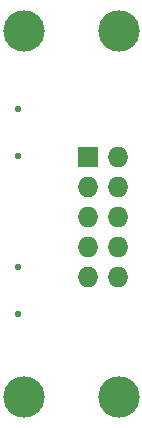
<source format=gbr>
G04 #@! TF.FileFunction,Soldermask,Bot*
%FSLAX46Y46*%
G04 Gerber Fmt 4.6, Leading zero omitted, Abs format (unit mm)*
G04 Created by KiCad (PCBNEW 4.0.1-stable) date 7/2/2016 9:18:38 PM*
%MOMM*%
G01*
G04 APERTURE LIST*
%ADD10C,0.150000*%
%ADD11C,0.550000*%
%ADD12C,3.500000*%
%ADD13R,1.727200X1.727200*%
%ADD14O,1.727200X1.727200*%
G04 APERTURE END LIST*
D10*
D11*
X3475000Y-24000000D03*
X3475000Y-28000000D03*
X3475000Y-10600000D03*
X3475000Y-14600000D03*
D12*
X4000000Y-4000000D03*
X12000000Y-4000000D03*
X4000000Y-35000000D03*
X12000000Y-35000000D03*
D13*
X9400000Y-14700000D03*
D14*
X11940000Y-14700000D03*
X9400000Y-17240000D03*
X11940000Y-17240000D03*
X9400000Y-19780000D03*
X11940000Y-19780000D03*
X9400000Y-22320000D03*
X11940000Y-22320000D03*
X9400000Y-24860000D03*
X11940000Y-24860000D03*
M02*

</source>
